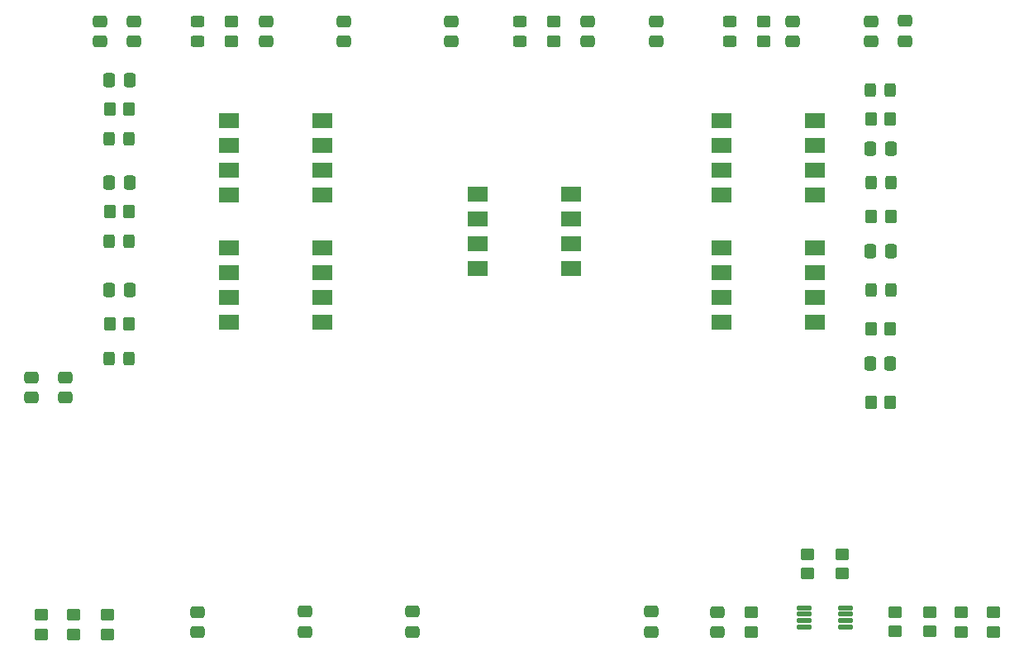
<source format=gtp>
%TF.GenerationSoftware,KiCad,Pcbnew,8.0.2*%
%TF.CreationDate,2024-10-02T19:45:14-04:00*%
%TF.ProjectId,FewawiControlBoard,46657761-7769-4436-9f6e-74726f6c426f,rev?*%
%TF.SameCoordinates,Original*%
%TF.FileFunction,Paste,Top*%
%TF.FilePolarity,Positive*%
%FSLAX46Y46*%
G04 Gerber Fmt 4.6, Leading zero omitted, Abs format (unit mm)*
G04 Created by KiCad (PCBNEW 8.0.2) date 2024-10-02 19:45:14*
%MOMM*%
%LPD*%
G01*
G04 APERTURE LIST*
G04 Aperture macros list*
%AMRoundRect*
0 Rectangle with rounded corners*
0 $1 Rounding radius*
0 $2 $3 $4 $5 $6 $7 $8 $9 X,Y pos of 4 corners*
0 Add a 4 corners polygon primitive as box body*
4,1,4,$2,$3,$4,$5,$6,$7,$8,$9,$2,$3,0*
0 Add four circle primitives for the rounded corners*
1,1,$1+$1,$2,$3*
1,1,$1+$1,$4,$5*
1,1,$1+$1,$6,$7*
1,1,$1+$1,$8,$9*
0 Add four rect primitives between the rounded corners*
20,1,$1+$1,$2,$3,$4,$5,0*
20,1,$1+$1,$4,$5,$6,$7,0*
20,1,$1+$1,$6,$7,$8,$9,0*
20,1,$1+$1,$8,$9,$2,$3,0*%
G04 Aperture macros list end*
%ADD10RoundRect,0.250000X0.475000X-0.337500X0.475000X0.337500X-0.475000X0.337500X-0.475000X-0.337500X0*%
%ADD11RoundRect,0.250000X0.450000X-0.325000X0.450000X0.325000X-0.450000X0.325000X-0.450000X-0.325000X0*%
%ADD12RoundRect,0.250000X0.450000X-0.350000X0.450000X0.350000X-0.450000X0.350000X-0.450000X-0.350000X0*%
%ADD13RoundRect,0.060000X0.675000X0.180000X-0.675000X0.180000X-0.675000X-0.180000X0.675000X-0.180000X0*%
%ADD14RoundRect,0.250000X0.350000X0.450000X-0.350000X0.450000X-0.350000X-0.450000X0.350000X-0.450000X0*%
%ADD15RoundRect,0.250000X-0.350000X-0.450000X0.350000X-0.450000X0.350000X0.450000X-0.350000X0.450000X0*%
%ADD16RoundRect,0.250000X-0.475000X0.337500X-0.475000X-0.337500X0.475000X-0.337500X0.475000X0.337500X0*%
%ADD17RoundRect,0.250000X-0.337500X-0.475000X0.337500X-0.475000X0.337500X0.475000X-0.337500X0.475000X0*%
%ADD18RoundRect,0.250000X-0.325000X-0.450000X0.325000X-0.450000X0.325000X0.450000X-0.325000X0.450000X0*%
%ADD19RoundRect,0.250000X0.337500X0.475000X-0.337500X0.475000X-0.337500X-0.475000X0.337500X-0.475000X0*%
%ADD20RoundRect,0.250000X-0.450000X0.350000X-0.450000X-0.350000X0.450000X-0.350000X0.450000X0.350000X0*%
%ADD21R,2.000000X1.600000*%
%ADD22RoundRect,0.250000X0.325000X0.450000X-0.325000X0.450000X-0.325000X-0.450000X0.325000X-0.450000X0*%
G04 APERTURE END LIST*
D10*
%TO.C,C3*%
X125480000Y-66977500D03*
X125480000Y-64902500D03*
%TD*%
D11*
%TO.C,D9*%
X151480000Y-66965000D03*
X151480000Y-64915000D03*
%TD*%
D12*
%TO.C,R1*%
X109250000Y-127750000D03*
X109250000Y-125750000D03*
%TD*%
D13*
%TO.C,U4*%
X184900000Y-126975000D03*
X184900000Y-126325000D03*
X184900000Y-125675000D03*
X184900000Y-125025000D03*
X180600000Y-125025000D03*
X180600000Y-125675000D03*
X180600000Y-126325000D03*
X180600000Y-126975000D03*
%TD*%
D14*
%TO.C,R16*%
X189480000Y-96440000D03*
X187480000Y-96440000D03*
%TD*%
D15*
%TO.C,R12*%
X109480000Y-84440000D03*
X111480000Y-84440000D03*
%TD*%
D16*
%TO.C,C20*%
X187480000Y-64902500D03*
X187480000Y-66977500D03*
%TD*%
D17*
%TO.C,C11*%
X187405000Y-99940000D03*
X189480000Y-99940000D03*
%TD*%
D18*
%TO.C,D8*%
X187455000Y-81440000D03*
X189505000Y-81440000D03*
%TD*%
D19*
%TO.C,C6*%
X111517500Y-81440000D03*
X109442500Y-81440000D03*
%TD*%
D20*
%TO.C,R18*%
X154980000Y-64940000D03*
X154980000Y-66940000D03*
%TD*%
D21*
%TO.C,Q3*%
X121710000Y-88130000D03*
X121710000Y-90670000D03*
X121710000Y-93210000D03*
X121710000Y-95750000D03*
X131250000Y-95750000D03*
X131250000Y-93210000D03*
X131250000Y-90670000D03*
X131250000Y-88130000D03*
%TD*%
%TO.C,Q4*%
X181750000Y-82750000D03*
X181750000Y-80210000D03*
X181750000Y-77670000D03*
X181750000Y-75130000D03*
X172210000Y-75130000D03*
X172210000Y-77670000D03*
X172210000Y-80210000D03*
X172210000Y-82750000D03*
%TD*%
D15*
%TO.C,R13*%
X109480000Y-95940000D03*
X111480000Y-95940000D03*
%TD*%
D16*
%TO.C,C17*%
X133480000Y-64902500D03*
X133480000Y-66977500D03*
%TD*%
D12*
%TO.C,R4*%
X105750000Y-127750000D03*
X105750000Y-125750000D03*
%TD*%
D21*
%TO.C,Q5*%
X181750000Y-95750000D03*
X181750000Y-93210000D03*
X181750000Y-90670000D03*
X181750000Y-88130000D03*
X172210000Y-88130000D03*
X172210000Y-90670000D03*
X172210000Y-93210000D03*
X172210000Y-95750000D03*
%TD*%
D22*
%TO.C,D3*%
X111505000Y-87440000D03*
X109455000Y-87440000D03*
%TD*%
D10*
%TO.C,C22*%
X171750000Y-127537500D03*
X171750000Y-125462500D03*
%TD*%
D16*
%TO.C,C23*%
X165480000Y-64902500D03*
X165480000Y-66977500D03*
%TD*%
D10*
%TO.C,C2*%
X104980000Y-103477500D03*
X104980000Y-101402500D03*
%TD*%
D16*
%TO.C,C19*%
X111980000Y-64902500D03*
X111980000Y-66977500D03*
%TD*%
D11*
%TO.C,D1*%
X118480000Y-66965000D03*
X118480000Y-64915000D03*
%TD*%
D20*
%TO.C,R10*%
X121980000Y-64940000D03*
X121980000Y-66940000D03*
%TD*%
D21*
%TO.C,Q6*%
X156750000Y-90250000D03*
X156750000Y-87710000D03*
X156750000Y-85170000D03*
X156750000Y-82630000D03*
X147210000Y-82630000D03*
X147210000Y-85170000D03*
X147210000Y-87710000D03*
X147210000Y-90250000D03*
%TD*%
D10*
%TO.C,C16*%
X164980000Y-127477500D03*
X164980000Y-125402500D03*
%TD*%
D12*
%TO.C,R5*%
X196750000Y-127500000D03*
X196750000Y-125500000D03*
%TD*%
D15*
%TO.C,R11*%
X109480000Y-73940000D03*
X111480000Y-73940000D03*
%TD*%
D11*
%TO.C,D5*%
X172980000Y-66990000D03*
X172980000Y-64940000D03*
%TD*%
D14*
%TO.C,R15*%
X189480000Y-74940000D03*
X187480000Y-74940000D03*
%TD*%
D10*
%TO.C,C8*%
X158480000Y-66977500D03*
X158480000Y-64902500D03*
%TD*%
D12*
%TO.C,R9*%
X181000000Y-121500000D03*
X181000000Y-119500000D03*
%TD*%
D10*
%TO.C,C15*%
X129480000Y-127477500D03*
X129480000Y-125402500D03*
%TD*%
%TO.C,C4*%
X140480000Y-127477500D03*
X140480000Y-125402500D03*
%TD*%
D14*
%TO.C,R17*%
X189500000Y-84940000D03*
X187500000Y-84940000D03*
%TD*%
D21*
%TO.C,Q2*%
X121710000Y-75130000D03*
X121710000Y-77670000D03*
X121710000Y-80210000D03*
X121710000Y-82750000D03*
X131250000Y-82750000D03*
X131250000Y-80210000D03*
X131250000Y-77670000D03*
X131250000Y-75130000D03*
%TD*%
D12*
%TO.C,R19*%
X189980000Y-127440000D03*
X189980000Y-125440000D03*
%TD*%
D17*
%TO.C,C9*%
X187442500Y-77940000D03*
X189517500Y-77940000D03*
%TD*%
D18*
%TO.C,D6*%
X187430000Y-71940000D03*
X189480000Y-71940000D03*
%TD*%
%TO.C,D7*%
X187455000Y-92440000D03*
X189505000Y-92440000D03*
%TD*%
D16*
%TO.C,C1*%
X101480000Y-101402500D03*
X101480000Y-103477500D03*
%TD*%
D10*
%TO.C,C21*%
X118480000Y-127515000D03*
X118480000Y-125440000D03*
%TD*%
D12*
%TO.C,R7*%
X193500000Y-127440000D03*
X193500000Y-125440000D03*
%TD*%
%TO.C,R20*%
X175250000Y-127500000D03*
X175250000Y-125500000D03*
%TD*%
D17*
%TO.C,C10*%
X187442500Y-88440000D03*
X189517500Y-88440000D03*
%TD*%
D16*
%TO.C,C18*%
X144480000Y-64902500D03*
X144480000Y-66977500D03*
%TD*%
D15*
%TO.C,R3*%
X187480000Y-103940000D03*
X189480000Y-103940000D03*
%TD*%
D22*
%TO.C,D2*%
X111505000Y-76940000D03*
X109455000Y-76940000D03*
%TD*%
D19*
%TO.C,C7*%
X111517500Y-92440000D03*
X109442500Y-92440000D03*
%TD*%
D10*
%TO.C,C12*%
X179480000Y-66977500D03*
X179480000Y-64902500D03*
%TD*%
D22*
%TO.C,D4*%
X111505000Y-99440000D03*
X109455000Y-99440000D03*
%TD*%
D19*
%TO.C,C5*%
X111517500Y-70940000D03*
X109442500Y-70940000D03*
%TD*%
D16*
%TO.C,C13*%
X108480000Y-64902500D03*
X108480000Y-66977500D03*
%TD*%
D20*
%TO.C,R14*%
X176480000Y-64940000D03*
X176480000Y-66940000D03*
%TD*%
D12*
%TO.C,R2*%
X200000000Y-127500000D03*
X200000000Y-125500000D03*
%TD*%
%TO.C,R6*%
X102500000Y-127750000D03*
X102500000Y-125750000D03*
%TD*%
D20*
%TO.C,R8*%
X184500000Y-119500000D03*
X184500000Y-121500000D03*
%TD*%
D16*
%TO.C,C14*%
X190980000Y-64865000D03*
X190980000Y-66940000D03*
%TD*%
M02*

</source>
